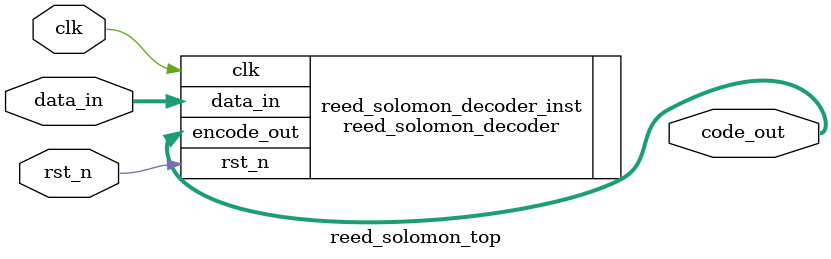
<source format=v>
`timescale 1ns / 1ps
module reed_solomon_top(
        input wire          clk     ,
        input wire          rst_n   ,
        input wire [7:0]    data_in ,
        
        output wire[7:0]    code_out
    );
    
    //暂时只实现Reed-solomon编码
    reed_solomon_decoder reed_solomon_decoder_inst(
        .clk         (clk       ), //时钟信号
        .rst_n       (rst_n     ), //复位信号
        .data_in     (data_in   ), //一个clk周期输入一个Symbol,本设计中假设一个Symbol = 8bit
                      
        .encode_out  (code_out  )  //输出的RS编码数据,一个clk周期输出一个Symbol
    );
    
endmodule

</source>
